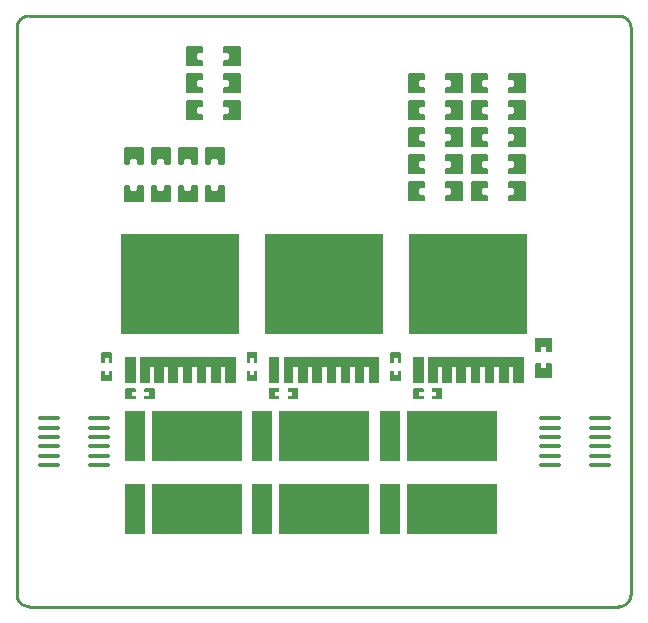
<source format=gtp>
G04*
G04 #@! TF.GenerationSoftware,Altium Limited,Altium Designer,22.0.2 (36)*
G04*
G04 Layer_Color=8421504*
%FSLAX24Y24*%
%MOIN*%
G70*
G04*
G04 #@! TF.SameCoordinates,22A08989-F282-469C-B082-2707E795951A*
G04*
G04*
G04 #@! TF.FilePolarity,Positive*
G04*
G01*
G75*
%ADD14C,0.0100*%
%ADD17R,0.0661X0.1681*%
%ADD18R,0.3000X0.1681*%
%ADD19O,0.0787X0.0138*%
G36*
X7410Y9075D02*
X3473D01*
Y12422D01*
X7410D01*
Y9075D01*
D02*
G37*
G36*
X3171Y8470D02*
Y8156D01*
X3151Y8136D01*
X3056D01*
Y8281D01*
X2926D01*
Y8136D01*
X2836D01*
X2817Y8156D01*
Y8470D01*
X2836Y8490D01*
X3151D01*
X3171Y8470D01*
D02*
G37*
G36*
Y7841D02*
Y7530D01*
X3151Y7510D01*
X2836D01*
X2817Y7530D01*
Y7841D01*
X2836Y7860D01*
X2926D01*
Y7711D01*
X3056D01*
Y7860D01*
X3151D01*
X3171Y7841D01*
D02*
G37*
G36*
X7292Y7441D02*
X6934D01*
Y7993D01*
X6788D01*
Y7441D01*
X6469D01*
Y7993D01*
X6316D01*
X6312Y7989D01*
Y7441D01*
X6001D01*
Y7993D01*
X5839D01*
Y7441D01*
X5528D01*
Y7993D01*
X5371D01*
Y7441D01*
X5052D01*
Y7993D01*
X4898D01*
Y7441D01*
X4580D01*
Y7993D01*
X4426D01*
Y7441D01*
X4095D01*
Y8307D01*
X7292D01*
Y7441D01*
D02*
G37*
G36*
X3956Y7441D02*
X3601D01*
Y8307D01*
X3956D01*
Y7441D01*
D02*
G37*
G36*
X4590Y7257D02*
Y6943D01*
X4570Y6923D01*
X4259D01*
X4240Y6943D01*
Y7032D01*
X4389D01*
Y7162D01*
X4240D01*
Y7257D01*
X4259Y7277D01*
X4570D01*
X4590Y7257D01*
D02*
G37*
G36*
X3964D02*
Y7162D01*
X3819D01*
Y7032D01*
X3964D01*
Y6943D01*
X3944Y6923D01*
X3630D01*
X3610Y6943D01*
Y7257D01*
X3630Y7277D01*
X3944D01*
X3964Y7257D01*
D02*
G37*
G36*
X12202Y9075D02*
X8265D01*
Y12422D01*
X12202D01*
Y9075D01*
D02*
G37*
G36*
X8013Y8470D02*
Y8156D01*
X7993Y8136D01*
X7898D01*
Y8281D01*
X7768D01*
Y8136D01*
X7678D01*
X7659Y8156D01*
Y8470D01*
X7678Y8490D01*
X7993D01*
X8013Y8470D01*
D02*
G37*
G36*
Y7841D02*
Y7530D01*
X7993Y7510D01*
X7678D01*
X7659Y7530D01*
Y7841D01*
X7678Y7860D01*
X7768D01*
Y7711D01*
X7898D01*
Y7860D01*
X7993D01*
X8013Y7841D01*
D02*
G37*
G36*
X12084Y7441D02*
X11726D01*
Y7993D01*
X11580D01*
Y7441D01*
X11261D01*
Y7993D01*
X11108D01*
X11104Y7989D01*
Y7441D01*
X10793D01*
Y7993D01*
X10632D01*
Y7441D01*
X10321D01*
Y7993D01*
X10163D01*
Y7441D01*
X9844D01*
Y7993D01*
X9691D01*
Y7441D01*
X9372D01*
Y7993D01*
X9218D01*
Y7441D01*
X8887D01*
Y8307D01*
X12084D01*
Y7441D01*
D02*
G37*
G36*
X8748Y7441D02*
X8393D01*
Y8307D01*
X8748D01*
Y7441D01*
D02*
G37*
G36*
X9375Y7257D02*
Y6943D01*
X9356Y6923D01*
X9045D01*
X9025Y6943D01*
Y7032D01*
X9175D01*
Y7162D01*
X9025D01*
Y7257D01*
X9045Y7277D01*
X9356D01*
X9375Y7257D01*
D02*
G37*
G36*
X8749D02*
Y7162D01*
X8604D01*
Y7032D01*
X8749D01*
Y6943D01*
X8730Y6923D01*
X8415D01*
X8395Y6943D01*
Y7257D01*
X8415Y7277D01*
X8730D01*
X8749Y7257D01*
D02*
G37*
G36*
X7463Y18651D02*
Y18049D01*
X7424Y18010D01*
X6918D01*
X6878Y18049D01*
Y18195D01*
X6918Y18234D01*
X7038D01*
X7077Y18274D01*
Y18426D01*
X7038Y18466D01*
X6918D01*
X6878Y18505D01*
Y18651D01*
X6918Y18690D01*
X7424D01*
X7463Y18651D01*
D02*
G37*
G36*
X6209D02*
Y18505D01*
X6170Y18466D01*
X6050D01*
X6010Y18426D01*
Y18274D01*
X6050Y18234D01*
X6170D01*
X6209Y18195D01*
Y18049D01*
X6170Y18010D01*
X5664D01*
X5624Y18049D01*
Y18651D01*
X5664Y18690D01*
X6170D01*
X6209Y18651D01*
D02*
G37*
G36*
X7463Y17751D02*
Y17149D01*
X7424Y17110D01*
X6918D01*
X6878Y17149D01*
Y17295D01*
X6918Y17334D01*
X7038D01*
X7077Y17374D01*
Y17526D01*
X7038Y17566D01*
X6918D01*
X6878Y17605D01*
Y17751D01*
X6918Y17790D01*
X7424D01*
X7463Y17751D01*
D02*
G37*
G36*
X6209D02*
Y17605D01*
X6170Y17566D01*
X6050D01*
X6010Y17526D01*
Y17374D01*
X6050Y17334D01*
X6170D01*
X6209Y17295D01*
Y17149D01*
X6170Y17110D01*
X5664D01*
X5624Y17149D01*
Y17751D01*
X5664Y17790D01*
X6170D01*
X6209Y17751D01*
D02*
G37*
G36*
X7463Y16851D02*
Y16249D01*
X7424Y16210D01*
X6918D01*
X6878Y16249D01*
Y16395D01*
X6918Y16434D01*
X7038D01*
X7077Y16474D01*
Y16626D01*
X7038Y16666D01*
X6918D01*
X6878Y16705D01*
Y16851D01*
X6918Y16890D01*
X7424D01*
X7463Y16851D01*
D02*
G37*
G36*
X6209D02*
Y16705D01*
X6170Y16666D01*
X6050D01*
X6010Y16626D01*
Y16474D01*
X6050Y16434D01*
X6170D01*
X6209Y16395D01*
Y16249D01*
X6170Y16210D01*
X5664D01*
X5624Y16249D01*
Y16851D01*
X5664Y16890D01*
X6170D01*
X6209Y16851D01*
D02*
G37*
G36*
X6934Y15280D02*
Y14774D01*
X6894Y14735D01*
X6749D01*
X6709Y14774D01*
Y14894D01*
X6670Y14933D01*
X6517D01*
X6478Y14894D01*
Y14774D01*
X6439Y14735D01*
X6293D01*
X6254Y14774D01*
Y15280D01*
X6293Y15319D01*
X6894D01*
X6934Y15280D01*
D02*
G37*
G36*
X6034D02*
Y14774D01*
X5994Y14735D01*
X5849D01*
X5809Y14774D01*
Y14894D01*
X5770Y14933D01*
X5617D01*
X5578Y14894D01*
Y14774D01*
X5539Y14735D01*
X5393D01*
X5354Y14774D01*
Y15280D01*
X5393Y15319D01*
X5994D01*
X6034Y15280D01*
D02*
G37*
G36*
X5134D02*
Y14774D01*
X5094Y14735D01*
X4949D01*
X4909Y14774D01*
Y14894D01*
X4870Y14933D01*
X4717D01*
X4678Y14894D01*
Y14774D01*
X4639Y14735D01*
X4493D01*
X4454Y14774D01*
Y15280D01*
X4493Y15319D01*
X5094D01*
X5134Y15280D01*
D02*
G37*
G36*
X4234D02*
Y14774D01*
X4194Y14735D01*
X4049D01*
X4009Y14774D01*
Y14894D01*
X3970Y14933D01*
X3817D01*
X3778Y14894D01*
Y14774D01*
X3739Y14735D01*
X3593D01*
X3554Y14774D01*
Y15280D01*
X3593Y15319D01*
X4194D01*
X4234Y15280D01*
D02*
G37*
G36*
X6934Y14026D02*
Y13520D01*
X6894Y13481D01*
X6293D01*
X6254Y13520D01*
Y14026D01*
X6293Y14065D01*
X6439D01*
X6478Y14026D01*
Y13906D01*
X6517Y13867D01*
X6670D01*
X6709Y13906D01*
Y14026D01*
X6749Y14065D01*
X6894D01*
X6934Y14026D01*
D02*
G37*
G36*
X6034D02*
Y13520D01*
X5994Y13481D01*
X5393D01*
X5354Y13520D01*
Y14026D01*
X5393Y14065D01*
X5539D01*
X5578Y14026D01*
Y13906D01*
X5617Y13867D01*
X5770D01*
X5809Y13906D01*
Y14026D01*
X5849Y14065D01*
X5994D01*
X6034Y14026D01*
D02*
G37*
G36*
X5134D02*
Y13520D01*
X5094Y13481D01*
X4493D01*
X4454Y13520D01*
Y14026D01*
X4493Y14065D01*
X4639D01*
X4678Y14026D01*
Y13906D01*
X4717Y13867D01*
X4870D01*
X4909Y13906D01*
Y14026D01*
X4949Y14065D01*
X5094D01*
X5134Y14026D01*
D02*
G37*
G36*
X4234D02*
Y13520D01*
X4194Y13481D01*
X3593D01*
X3554Y13520D01*
Y14026D01*
X3593Y14065D01*
X3739D01*
X3778Y14026D01*
Y13906D01*
X3817Y13867D01*
X3970D01*
X4009Y13906D01*
Y14026D01*
X4049Y14065D01*
X4194D01*
X4234Y14026D01*
D02*
G37*
G36*
X16963Y17751D02*
Y17149D01*
X16924Y17110D01*
X16418D01*
X16378Y17149D01*
Y17295D01*
X16418Y17334D01*
X16538D01*
X16577Y17374D01*
Y17526D01*
X16538Y17566D01*
X16418D01*
X16378Y17605D01*
Y17751D01*
X16418Y17790D01*
X16924D01*
X16963Y17751D01*
D02*
G37*
G36*
X15709D02*
Y17605D01*
X15670Y17566D01*
X15550D01*
X15510Y17526D01*
Y17374D01*
X15550Y17334D01*
X15670D01*
X15709Y17295D01*
Y17149D01*
X15670Y17110D01*
X15164D01*
X15124Y17149D01*
Y17751D01*
X15164Y17790D01*
X15670D01*
X15709Y17751D01*
D02*
G37*
G36*
X14863D02*
Y17149D01*
X14824Y17110D01*
X14318D01*
X14278Y17149D01*
Y17295D01*
X14318Y17334D01*
X14438D01*
X14477Y17374D01*
Y17526D01*
X14438Y17566D01*
X14318D01*
X14278Y17605D01*
Y17751D01*
X14318Y17790D01*
X14824D01*
X14863Y17751D01*
D02*
G37*
G36*
X13609D02*
Y17605D01*
X13570Y17566D01*
X13450D01*
X13410Y17526D01*
Y17374D01*
X13450Y17334D01*
X13570D01*
X13609Y17295D01*
Y17149D01*
X13570Y17110D01*
X13064D01*
X13024Y17149D01*
Y17751D01*
X13064Y17790D01*
X13570D01*
X13609Y17751D01*
D02*
G37*
G36*
X16963Y16851D02*
Y16249D01*
X16924Y16210D01*
X16418D01*
X16378Y16249D01*
Y16395D01*
X16418Y16434D01*
X16538D01*
X16577Y16474D01*
Y16626D01*
X16538Y16666D01*
X16418D01*
X16378Y16705D01*
Y16851D01*
X16418Y16890D01*
X16924D01*
X16963Y16851D01*
D02*
G37*
G36*
X15709D02*
Y16705D01*
X15670Y16666D01*
X15550D01*
X15510Y16626D01*
Y16474D01*
X15550Y16434D01*
X15670D01*
X15709Y16395D01*
Y16249D01*
X15670Y16210D01*
X15164D01*
X15124Y16249D01*
Y16851D01*
X15164Y16890D01*
X15670D01*
X15709Y16851D01*
D02*
G37*
G36*
X14863D02*
Y16249D01*
X14824Y16210D01*
X14318D01*
X14278Y16249D01*
Y16395D01*
X14318Y16434D01*
X14438D01*
X14477Y16474D01*
Y16626D01*
X14438Y16666D01*
X14318D01*
X14278Y16705D01*
Y16851D01*
X14318Y16890D01*
X14824D01*
X14863Y16851D01*
D02*
G37*
G36*
X13609D02*
Y16705D01*
X13570Y16666D01*
X13450D01*
X13410Y16626D01*
Y16474D01*
X13450Y16434D01*
X13570D01*
X13609Y16395D01*
Y16249D01*
X13570Y16210D01*
X13064D01*
X13024Y16249D01*
Y16851D01*
X13064Y16890D01*
X13570D01*
X13609Y16851D01*
D02*
G37*
G36*
X16963Y15951D02*
Y15349D01*
X16924Y15310D01*
X16418D01*
X16378Y15349D01*
Y15495D01*
X16418Y15534D01*
X16538D01*
X16577Y15574D01*
Y15726D01*
X16538Y15766D01*
X16418D01*
X16378Y15805D01*
Y15951D01*
X16418Y15990D01*
X16924D01*
X16963Y15951D01*
D02*
G37*
G36*
X15709D02*
Y15805D01*
X15670Y15766D01*
X15550D01*
X15510Y15726D01*
Y15574D01*
X15550Y15534D01*
X15670D01*
X15709Y15495D01*
Y15349D01*
X15670Y15310D01*
X15164D01*
X15124Y15349D01*
Y15951D01*
X15164Y15990D01*
X15670D01*
X15709Y15951D01*
D02*
G37*
G36*
X14863D02*
Y15349D01*
X14824Y15310D01*
X14318D01*
X14278Y15349D01*
Y15495D01*
X14318Y15534D01*
X14438D01*
X14477Y15574D01*
Y15726D01*
X14438Y15766D01*
X14318D01*
X14278Y15805D01*
Y15951D01*
X14318Y15990D01*
X14824D01*
X14863Y15951D01*
D02*
G37*
G36*
X13609D02*
Y15805D01*
X13570Y15766D01*
X13450D01*
X13410Y15726D01*
Y15574D01*
X13450Y15534D01*
X13570D01*
X13609Y15495D01*
Y15349D01*
X13570Y15310D01*
X13064D01*
X13024Y15349D01*
Y15951D01*
X13064Y15990D01*
X13570D01*
X13609Y15951D01*
D02*
G37*
G36*
X16963Y15051D02*
Y14449D01*
X16924Y14410D01*
X16418D01*
X16378Y14449D01*
Y14595D01*
X16418Y14634D01*
X16538D01*
X16577Y14674D01*
Y14826D01*
X16538Y14866D01*
X16418D01*
X16378Y14905D01*
Y15051D01*
X16418Y15090D01*
X16924D01*
X16963Y15051D01*
D02*
G37*
G36*
X15709D02*
Y14905D01*
X15670Y14866D01*
X15550D01*
X15510Y14826D01*
Y14674D01*
X15550Y14634D01*
X15670D01*
X15709Y14595D01*
Y14449D01*
X15670Y14410D01*
X15164D01*
X15124Y14449D01*
Y15051D01*
X15164Y15090D01*
X15670D01*
X15709Y15051D01*
D02*
G37*
G36*
X14863D02*
Y14449D01*
X14824Y14410D01*
X14318D01*
X14278Y14449D01*
Y14595D01*
X14318Y14634D01*
X14438D01*
X14477Y14674D01*
Y14826D01*
X14438Y14866D01*
X14318D01*
X14278Y14905D01*
Y15051D01*
X14318Y15090D01*
X14824D01*
X14863Y15051D01*
D02*
G37*
G36*
X13609D02*
Y14905D01*
X13570Y14866D01*
X13450D01*
X13410Y14826D01*
Y14674D01*
X13450Y14634D01*
X13570D01*
X13609Y14595D01*
Y14449D01*
X13570Y14410D01*
X13064D01*
X13024Y14449D01*
Y15051D01*
X13064Y15090D01*
X13570D01*
X13609Y15051D01*
D02*
G37*
G36*
X16963Y14151D02*
Y13549D01*
X16924Y13510D01*
X16418D01*
X16378Y13549D01*
Y13695D01*
X16418Y13734D01*
X16538D01*
X16577Y13774D01*
Y13926D01*
X16538Y13966D01*
X16418D01*
X16378Y14005D01*
Y14151D01*
X16418Y14190D01*
X16924D01*
X16963Y14151D01*
D02*
G37*
G36*
X15709D02*
Y14005D01*
X15670Y13966D01*
X15550D01*
X15510Y13926D01*
Y13774D01*
X15550Y13734D01*
X15670D01*
X15709Y13695D01*
Y13549D01*
X15670Y13510D01*
X15164D01*
X15124Y13549D01*
Y14151D01*
X15164Y14190D01*
X15670D01*
X15709Y14151D01*
D02*
G37*
G36*
X14863D02*
Y13549D01*
X14824Y13510D01*
X14318D01*
X14278Y13549D01*
Y13695D01*
X14318Y13734D01*
X14438D01*
X14477Y13774D01*
Y13926D01*
X14438Y13966D01*
X14318D01*
X14278Y14005D01*
Y14151D01*
X14318Y14190D01*
X14824D01*
X14863Y14151D01*
D02*
G37*
G36*
X13609D02*
Y14005D01*
X13570Y13966D01*
X13450D01*
X13410Y13926D01*
Y13774D01*
X13450Y13734D01*
X13570D01*
X13609Y13695D01*
Y13549D01*
X13570Y13510D01*
X13064D01*
X13024Y13549D01*
Y14151D01*
X13064Y14190D01*
X13570D01*
X13609Y14151D01*
D02*
G37*
G36*
X17009Y9075D02*
X13072D01*
Y12422D01*
X17009D01*
Y9075D01*
D02*
G37*
G36*
X17822Y8950D02*
Y8497D01*
X17802Y8477D01*
X17641Y8475D01*
Y8652D01*
X17463D01*
Y8479D01*
X17298Y8477D01*
X17278Y8497D01*
Y8950D01*
X17298Y8969D01*
X17802D01*
X17822Y8950D01*
D02*
G37*
G36*
X12805Y8470D02*
Y8156D01*
X12785Y8136D01*
X12690D01*
Y8281D01*
X12560D01*
Y8136D01*
X12470D01*
X12451Y8156D01*
Y8470D01*
X12470Y8490D01*
X12785D01*
X12805Y8470D01*
D02*
G37*
G36*
X17822Y8103D02*
Y7650D01*
X17802Y7631D01*
X17298D01*
X17278Y7650D01*
Y8103D01*
X17298Y8123D01*
X17463Y8123D01*
Y7948D01*
X17641D01*
Y8121D01*
X17802Y8123D01*
X17822Y8103D01*
D02*
G37*
G36*
X12805Y7841D02*
Y7530D01*
X12785Y7510D01*
X12470D01*
X12451Y7530D01*
Y7841D01*
X12470Y7860D01*
X12560D01*
Y7711D01*
X12690D01*
Y7860D01*
X12785D01*
X12805Y7841D01*
D02*
G37*
G36*
X16891Y7441D02*
X16533D01*
Y7993D01*
X16387D01*
Y7441D01*
X16068D01*
Y7993D01*
X15915D01*
X15911Y7989D01*
Y7441D01*
X15600D01*
Y7993D01*
X15438D01*
Y7441D01*
X15127D01*
Y7993D01*
X14970D01*
Y7441D01*
X14651D01*
Y7993D01*
X14497D01*
Y7441D01*
X14178D01*
Y7993D01*
X14025D01*
Y7441D01*
X13694D01*
Y8307D01*
X16891D01*
Y7441D01*
D02*
G37*
G36*
X13554Y7441D02*
X13200D01*
Y8307D01*
X13554D01*
Y7441D01*
D02*
G37*
G36*
X14182Y7257D02*
Y6943D01*
X14162Y6923D01*
X13851D01*
X13832Y6943D01*
Y7032D01*
X13981D01*
Y7162D01*
X13832D01*
Y7257D01*
X13851Y7277D01*
X14162D01*
X14182Y7257D01*
D02*
G37*
G36*
X13556D02*
Y7162D01*
X13410D01*
Y7032D01*
X13556D01*
Y6943D01*
X13536Y6923D01*
X13221D01*
X13202Y6943D01*
Y7257D01*
X13221Y7277D01*
X13536D01*
X13556Y7257D01*
D02*
G37*
D14*
X20079Y0D02*
G03*
X20472Y394I0J394D01*
G01*
Y19291D02*
G03*
X20079Y19685I-394J0D01*
G01*
X394D02*
G03*
X0Y19291I0J-394D01*
G01*
Y394D02*
G03*
X394Y0I394J0D01*
G01*
Y19685D02*
X20079D01*
X394Y0D02*
X20079D01*
X0Y394D02*
Y19291D01*
X20472Y394D02*
Y19291D01*
D17*
X3939Y3250D02*
D03*
Y5672D02*
D03*
X12441D02*
D03*
Y3250D02*
D03*
X8165Y5672D02*
D03*
Y3250D02*
D03*
D18*
X6010D02*
D03*
Y5672D02*
D03*
X14512D02*
D03*
Y3250D02*
D03*
X10235Y5672D02*
D03*
Y3250D02*
D03*
D19*
X17767Y5971D02*
D03*
Y5656D02*
D03*
Y5341D02*
D03*
Y5026D02*
D03*
Y4711D02*
D03*
X19420D02*
D03*
Y5026D02*
D03*
Y5341D02*
D03*
Y5656D02*
D03*
Y5971D02*
D03*
Y6286D02*
D03*
X17767D02*
D03*
X2720Y4711D02*
D03*
Y5026D02*
D03*
Y5341D02*
D03*
Y5656D02*
D03*
Y5971D02*
D03*
Y6286D02*
D03*
X1067Y4711D02*
D03*
Y5026D02*
D03*
Y5341D02*
D03*
Y5656D02*
D03*
Y5971D02*
D03*
Y6286D02*
D03*
M02*

</source>
